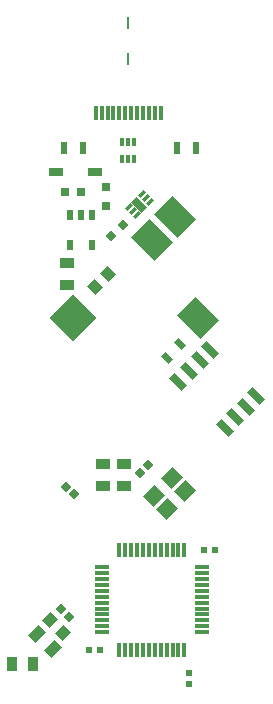
<source format=gtp>
G04 #@! TF.GenerationSoftware,KiCad,Pcbnew,(7.0.0)*
G04 #@! TF.CreationDate,2024-01-17T20:31:31+01:00*
G04 #@! TF.ProjectId,junon-kb,6a756e6f-6e2d-46b6-922e-6b696361645f,rev?*
G04 #@! TF.SameCoordinates,Original*
G04 #@! TF.FileFunction,Paste,Top*
G04 #@! TF.FilePolarity,Positive*
%FSLAX46Y46*%
G04 Gerber Fmt 4.6, Leading zero omitted, Abs format (unit mm)*
G04 Created by KiCad (PCBNEW (7.0.0)) date 2024-01-17 20:31:31*
%MOMM*%
%LPD*%
G01*
G04 APERTURE LIST*
G04 Aperture macros list*
%AMRotRect*
0 Rectangle, with rotation*
0 The origin of the aperture is its center*
0 $1 length*
0 $2 width*
0 $3 Rotation angle, in degrees counterclockwise*
0 Add horizontal line*
21,1,$1,$2,0,0,$3*%
G04 Aperture macros list end*
%ADD10RotRect,1.200000X1.400000X315.000000*%
%ADD11RotRect,0.700000X1.500000X225.000000*%
%ADD12RotRect,0.650000X0.700000X45.000000*%
%ADD13R,0.650000X0.700000*%
%ADD14RotRect,0.600000X0.620000X45.000000*%
%ADD15R,0.600000X0.620000*%
%ADD16RotRect,0.600000X0.620000X135.000000*%
%ADD17R,0.620000X0.600000*%
%ADD18RotRect,0.609600X0.254000X225.000000*%
%ADD19RotRect,0.660400X1.295400X225.000000*%
%ADD20R,0.711200X0.762000*%
%ADD21R,1.219200X0.762000*%
%ADD22R,0.330200X0.685800*%
%ADD23RotRect,0.855600X1.250000X135.000000*%
%ADD24RotRect,0.863600X0.965200X135.000000*%
%ADD25R,1.250000X0.855600*%
%ADD26R,0.200000X1.000000*%
%ADD27R,0.300000X1.200000*%
%ADD28R,0.304800X1.193800*%
%ADD29R,1.193800X0.304800*%
%ADD30R,0.508000X0.952500*%
%ADD31RotRect,0.863600X0.965200X225.000000*%
%ADD32RotRect,0.558800X0.939800X225.000000*%
%ADD33R,0.558800X1.041400*%
%ADD34R,0.855600X1.250000*%
%ADD35RotRect,2.794000X2.209800X315.000000*%
%ADD36RotRect,2.794000X2.794000X315.000000*%
G04 APERTURE END LIST*
D10*
X192462131Y-75906496D03*
X190906496Y-77462131D03*
X192037867Y-78593502D03*
X193593502Y-77037867D03*
D11*
X196915182Y-71709259D03*
X197813208Y-70811233D03*
X198711233Y-69913208D03*
X199609259Y-69015182D03*
X195684816Y-65090739D03*
X194786790Y-65988765D03*
X193888765Y-66886790D03*
X192990739Y-67784816D03*
D12*
X187322702Y-55477296D03*
X188277296Y-54522702D03*
D13*
X183424999Y-51752699D03*
X184774999Y-51752699D03*
D14*
X189774730Y-75525268D03*
X190425268Y-74874730D03*
D15*
X186319999Y-90499999D03*
X185399999Y-90499999D03*
D16*
X183725268Y-87725268D03*
X183074730Y-87074730D03*
D15*
X195139999Y-81999999D03*
X196059999Y-81999999D03*
D17*
X193899999Y-92439999D03*
X193899999Y-93359999D03*
D16*
X184125268Y-77325268D03*
X183474730Y-76674730D03*
D18*
X190619308Y-52587796D03*
X190265755Y-52234243D03*
X189912202Y-51880690D03*
X188780690Y-53012202D03*
X189134243Y-53365755D03*
X189487796Y-53719308D03*
D19*
X189699999Y-52799999D03*
D20*
X186899999Y-52925499D03*
X186899999Y-51274499D03*
D21*
X182623599Y-49999999D03*
X185976399Y-49999999D03*
D22*
X188250000Y-48911199D03*
X188749999Y-48911199D03*
X189249998Y-48911199D03*
X189249998Y-47488799D03*
X188749999Y-47488799D03*
X188250000Y-47488799D03*
D23*
X182356053Y-90456053D03*
X181043945Y-89143945D03*
D24*
X183265755Y-89065755D03*
X182134243Y-87934243D03*
D25*
X188399999Y-76627799D03*
X188399999Y-74772199D03*
X183599999Y-59608299D03*
X183599999Y-57752699D03*
D26*
X188749999Y-40499999D03*
X188749999Y-37399999D03*
D27*
X191499999Y-45079999D03*
X190999999Y-45079999D03*
X190499999Y-45079999D03*
X189999999Y-45079999D03*
X189499999Y-45079999D03*
X188999999Y-45079999D03*
X188499999Y-45079999D03*
X187999999Y-45079999D03*
X187499999Y-45079999D03*
X186999999Y-45079999D03*
X186499999Y-45079999D03*
X185999999Y-45079999D03*
D28*
X193499999Y-82000000D03*
X193000000Y-82000000D03*
X192499998Y-82000000D03*
X191999999Y-82000000D03*
X191500000Y-82000000D03*
X190999999Y-82000000D03*
X190499999Y-82000000D03*
X189999998Y-82000000D03*
X189499999Y-82000000D03*
X189000000Y-82000000D03*
X188499998Y-82000000D03*
X187999999Y-82000000D03*
D29*
X186500000Y-83499999D03*
X186500000Y-83999998D03*
X186500000Y-84500000D03*
X186500000Y-84999999D03*
X186500000Y-85499998D03*
X186500000Y-85999999D03*
X186500000Y-86499999D03*
X186500000Y-87000000D03*
X186500000Y-87499999D03*
X186500000Y-87999998D03*
X186500000Y-88500000D03*
X186500000Y-88999999D03*
D28*
X187999999Y-90499998D03*
X188499998Y-90499998D03*
X189000000Y-90499998D03*
X189499999Y-90499998D03*
X189999998Y-90499998D03*
X190499999Y-90499998D03*
X190999999Y-90499998D03*
X191500000Y-90499998D03*
X191999999Y-90499998D03*
X192499998Y-90499998D03*
X193000000Y-90499998D03*
X193499999Y-90499998D03*
D29*
X194999998Y-88999999D03*
X194999998Y-88500000D03*
X194999998Y-87999998D03*
X194999998Y-87499999D03*
X194999998Y-87000000D03*
X194999998Y-86499999D03*
X194999998Y-85999999D03*
X194999998Y-85499998D03*
X194999998Y-84999999D03*
X194999998Y-84500000D03*
X194999998Y-83999998D03*
X194999998Y-83499999D03*
D30*
X185699999Y-53699999D03*
X184749998Y-53699999D03*
X183799997Y-53699999D03*
X183799997Y-56252699D03*
X185699999Y-56252699D03*
D31*
X187065755Y-58634243D03*
X185934243Y-59765755D03*
D32*
X193165755Y-64634243D03*
X192034243Y-65765755D03*
D33*
X184900099Y-47999999D03*
X183299899Y-47999999D03*
X192899899Y-47999999D03*
X194500099Y-47999999D03*
D34*
X178872199Y-91699999D03*
X180727799Y-91699999D03*
D35*
X190736618Y-55781951D03*
X194623273Y-62362682D03*
D36*
X184091228Y-62427340D03*
D35*
X192712274Y-53806294D03*
D25*
X186599999Y-76627799D03*
X186599999Y-74772199D03*
M02*

</source>
